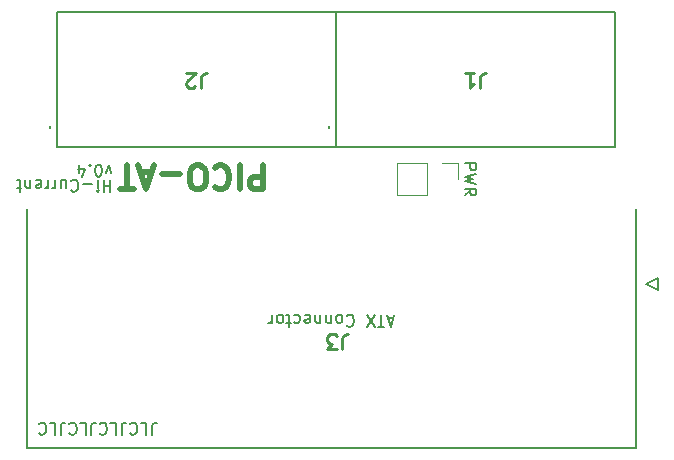
<source format=gbr>
%TF.GenerationSoftware,KiCad,Pcbnew,(5.1.6)-1*%
%TF.CreationDate,2022-02-22T09:41:32-05:00*%
%TF.ProjectId,PICO-AT,5049434f-2d41-4542-9e6b-696361645f70,rev?*%
%TF.SameCoordinates,Original*%
%TF.FileFunction,Legend,Top*%
%TF.FilePolarity,Positive*%
%FSLAX46Y46*%
G04 Gerber Fmt 4.6, Leading zero omitted, Abs format (unit mm)*
G04 Created by KiCad (PCBNEW (5.1.6)-1) date 2022-02-22 09:41:32*
%MOMM*%
%LPD*%
G01*
G04 APERTURE LIST*
%ADD10C,0.150000*%
%ADD11C,0.500000*%
%ADD12C,0.200000*%
%ADD13C,0.127000*%
%ADD14C,0.120000*%
%ADD15C,0.254000*%
G04 APERTURE END LIST*
D10*
X130118952Y-98861619D02*
X130118952Y-99861619D01*
X130118952Y-99385428D02*
X129547523Y-99385428D01*
X129547523Y-98861619D02*
X129547523Y-99861619D01*
X129071333Y-98861619D02*
X129071333Y-99528285D01*
X129071333Y-99861619D02*
X129118952Y-99814000D01*
X129071333Y-99766380D01*
X129023714Y-99814000D01*
X129071333Y-99861619D01*
X129071333Y-99766380D01*
X128595142Y-99242571D02*
X127833238Y-99242571D01*
X126785619Y-98956857D02*
X126833238Y-98909238D01*
X126976095Y-98861619D01*
X127071333Y-98861619D01*
X127214190Y-98909238D01*
X127309428Y-99004476D01*
X127357047Y-99099714D01*
X127404666Y-99290190D01*
X127404666Y-99433047D01*
X127357047Y-99623523D01*
X127309428Y-99718761D01*
X127214190Y-99814000D01*
X127071333Y-99861619D01*
X126976095Y-99861619D01*
X126833238Y-99814000D01*
X126785619Y-99766380D01*
X125928476Y-99528285D02*
X125928476Y-98861619D01*
X126357047Y-99528285D02*
X126357047Y-99004476D01*
X126309428Y-98909238D01*
X126214190Y-98861619D01*
X126071333Y-98861619D01*
X125976095Y-98909238D01*
X125928476Y-98956857D01*
X125452285Y-98861619D02*
X125452285Y-99528285D01*
X125452285Y-99337809D02*
X125404666Y-99433047D01*
X125357047Y-99480666D01*
X125261809Y-99528285D01*
X125166571Y-99528285D01*
X124833238Y-98861619D02*
X124833238Y-99528285D01*
X124833238Y-99337809D02*
X124785619Y-99433047D01*
X124738000Y-99480666D01*
X124642761Y-99528285D01*
X124547523Y-99528285D01*
X123833238Y-98909238D02*
X123928476Y-98861619D01*
X124118952Y-98861619D01*
X124214190Y-98909238D01*
X124261809Y-99004476D01*
X124261809Y-99385428D01*
X124214190Y-99480666D01*
X124118952Y-99528285D01*
X123928476Y-99528285D01*
X123833238Y-99480666D01*
X123785619Y-99385428D01*
X123785619Y-99290190D01*
X124261809Y-99194952D01*
X123357047Y-99528285D02*
X123357047Y-98861619D01*
X123357047Y-99433047D02*
X123309428Y-99480666D01*
X123214190Y-99528285D01*
X123071333Y-99528285D01*
X122976095Y-99480666D01*
X122928476Y-99385428D01*
X122928476Y-98861619D01*
X122595142Y-99528285D02*
X122214190Y-99528285D01*
X122452285Y-99861619D02*
X122452285Y-99004476D01*
X122404666Y-98909238D01*
X122309428Y-98861619D01*
X122214190Y-98861619D01*
X130206571Y-98258285D02*
X129968476Y-97591619D01*
X129730380Y-98258285D01*
X129158952Y-98591619D02*
X129063714Y-98591619D01*
X128968476Y-98544000D01*
X128920857Y-98496380D01*
X128873238Y-98401142D01*
X128825619Y-98210666D01*
X128825619Y-97972571D01*
X128873238Y-97782095D01*
X128920857Y-97686857D01*
X128968476Y-97639238D01*
X129063714Y-97591619D01*
X129158952Y-97591619D01*
X129254190Y-97639238D01*
X129301809Y-97686857D01*
X129349428Y-97782095D01*
X129397047Y-97972571D01*
X129397047Y-98210666D01*
X129349428Y-98401142D01*
X129301809Y-98496380D01*
X129254190Y-98544000D01*
X129158952Y-98591619D01*
X128397047Y-97686857D02*
X128349428Y-97639238D01*
X128397047Y-97591619D01*
X128444666Y-97639238D01*
X128397047Y-97686857D01*
X128397047Y-97591619D01*
X127492285Y-98258285D02*
X127492285Y-97591619D01*
X127730380Y-98639238D02*
X127968476Y-97924952D01*
X127349428Y-97924952D01*
D11*
X143064761Y-97647238D02*
X143064761Y-99647238D01*
X142302857Y-99647238D01*
X142112380Y-99552000D01*
X142017142Y-99456761D01*
X141921904Y-99266285D01*
X141921904Y-98980571D01*
X142017142Y-98790095D01*
X142112380Y-98694857D01*
X142302857Y-98599619D01*
X143064761Y-98599619D01*
X141064761Y-97647238D02*
X141064761Y-99647238D01*
X138969523Y-97837714D02*
X139064761Y-97742476D01*
X139350476Y-97647238D01*
X139540952Y-97647238D01*
X139826666Y-97742476D01*
X140017142Y-97932952D01*
X140112380Y-98123428D01*
X140207619Y-98504380D01*
X140207619Y-98790095D01*
X140112380Y-99171047D01*
X140017142Y-99361523D01*
X139826666Y-99552000D01*
X139540952Y-99647238D01*
X139350476Y-99647238D01*
X139064761Y-99552000D01*
X138969523Y-99456761D01*
X137731428Y-99647238D02*
X137350476Y-99647238D01*
X137160000Y-99552000D01*
X136969523Y-99361523D01*
X136874285Y-98980571D01*
X136874285Y-98313904D01*
X136969523Y-97932952D01*
X137160000Y-97742476D01*
X137350476Y-97647238D01*
X137731428Y-97647238D01*
X137921904Y-97742476D01*
X138112380Y-97932952D01*
X138207619Y-98313904D01*
X138207619Y-98980571D01*
X138112380Y-99361523D01*
X137921904Y-99552000D01*
X137731428Y-99647238D01*
X136017142Y-98409142D02*
X134493333Y-98409142D01*
X133636190Y-98218666D02*
X132683809Y-98218666D01*
X133826666Y-97647238D02*
X133160000Y-99647238D01*
X132493333Y-97647238D01*
X132112380Y-99647238D02*
X130969523Y-99647238D01*
X131540952Y-97647238D02*
X131540952Y-99647238D01*
D10*
X133651047Y-120435619D02*
X133651047Y-119721333D01*
X133698666Y-119578476D01*
X133793904Y-119483238D01*
X133936761Y-119435619D01*
X134032000Y-119435619D01*
X132698666Y-119435619D02*
X133174857Y-119435619D01*
X133174857Y-120435619D01*
X131793904Y-119530857D02*
X131841523Y-119483238D01*
X131984380Y-119435619D01*
X132079619Y-119435619D01*
X132222476Y-119483238D01*
X132317714Y-119578476D01*
X132365333Y-119673714D01*
X132412952Y-119864190D01*
X132412952Y-120007047D01*
X132365333Y-120197523D01*
X132317714Y-120292761D01*
X132222476Y-120388000D01*
X132079619Y-120435619D01*
X131984380Y-120435619D01*
X131841523Y-120388000D01*
X131793904Y-120340380D01*
X131079619Y-120435619D02*
X131079619Y-119721333D01*
X131127238Y-119578476D01*
X131222476Y-119483238D01*
X131365333Y-119435619D01*
X131460571Y-119435619D01*
X130127238Y-119435619D02*
X130603428Y-119435619D01*
X130603428Y-120435619D01*
X129222476Y-119530857D02*
X129270095Y-119483238D01*
X129412952Y-119435619D01*
X129508190Y-119435619D01*
X129651047Y-119483238D01*
X129746285Y-119578476D01*
X129793904Y-119673714D01*
X129841523Y-119864190D01*
X129841523Y-120007047D01*
X129793904Y-120197523D01*
X129746285Y-120292761D01*
X129651047Y-120388000D01*
X129508190Y-120435619D01*
X129412952Y-120435619D01*
X129270095Y-120388000D01*
X129222476Y-120340380D01*
X128508190Y-120435619D02*
X128508190Y-119721333D01*
X128555809Y-119578476D01*
X128651047Y-119483238D01*
X128793904Y-119435619D01*
X128889142Y-119435619D01*
X127555809Y-119435619D02*
X128032000Y-119435619D01*
X128032000Y-120435619D01*
X126651047Y-119530857D02*
X126698666Y-119483238D01*
X126841523Y-119435619D01*
X126936761Y-119435619D01*
X127079619Y-119483238D01*
X127174857Y-119578476D01*
X127222476Y-119673714D01*
X127270095Y-119864190D01*
X127270095Y-120007047D01*
X127222476Y-120197523D01*
X127174857Y-120292761D01*
X127079619Y-120388000D01*
X126936761Y-120435619D01*
X126841523Y-120435619D01*
X126698666Y-120388000D01*
X126651047Y-120340380D01*
X125936761Y-120435619D02*
X125936761Y-119721333D01*
X125984380Y-119578476D01*
X126079619Y-119483238D01*
X126222476Y-119435619D01*
X126317714Y-119435619D01*
X124984380Y-119435619D02*
X125460571Y-119435619D01*
X125460571Y-120435619D01*
X124079619Y-119530857D02*
X124127238Y-119483238D01*
X124270095Y-119435619D01*
X124365333Y-119435619D01*
X124508190Y-119483238D01*
X124603428Y-119578476D01*
X124651047Y-119673714D01*
X124698666Y-119864190D01*
X124698666Y-120007047D01*
X124651047Y-120197523D01*
X124603428Y-120292761D01*
X124508190Y-120388000D01*
X124365333Y-120435619D01*
X124270095Y-120435619D01*
X124127238Y-120388000D01*
X124079619Y-120340380D01*
X154082095Y-110577333D02*
X153605904Y-110577333D01*
X154177333Y-110291619D02*
X153844000Y-111291619D01*
X153510666Y-110291619D01*
X153320190Y-111291619D02*
X152748761Y-111291619D01*
X153034476Y-110291619D02*
X153034476Y-111291619D01*
X152510666Y-111291619D02*
X151844000Y-110291619D01*
X151844000Y-111291619D02*
X152510666Y-110291619D01*
X150129714Y-110386857D02*
X150177333Y-110339238D01*
X150320190Y-110291619D01*
X150415428Y-110291619D01*
X150558285Y-110339238D01*
X150653523Y-110434476D01*
X150701142Y-110529714D01*
X150748761Y-110720190D01*
X150748761Y-110863047D01*
X150701142Y-111053523D01*
X150653523Y-111148761D01*
X150558285Y-111244000D01*
X150415428Y-111291619D01*
X150320190Y-111291619D01*
X150177333Y-111244000D01*
X150129714Y-111196380D01*
X149558285Y-110291619D02*
X149653523Y-110339238D01*
X149701142Y-110386857D01*
X149748761Y-110482095D01*
X149748761Y-110767809D01*
X149701142Y-110863047D01*
X149653523Y-110910666D01*
X149558285Y-110958285D01*
X149415428Y-110958285D01*
X149320190Y-110910666D01*
X149272571Y-110863047D01*
X149224952Y-110767809D01*
X149224952Y-110482095D01*
X149272571Y-110386857D01*
X149320190Y-110339238D01*
X149415428Y-110291619D01*
X149558285Y-110291619D01*
X148796380Y-110958285D02*
X148796380Y-110291619D01*
X148796380Y-110863047D02*
X148748761Y-110910666D01*
X148653523Y-110958285D01*
X148510666Y-110958285D01*
X148415428Y-110910666D01*
X148367809Y-110815428D01*
X148367809Y-110291619D01*
X147891619Y-110958285D02*
X147891619Y-110291619D01*
X147891619Y-110863047D02*
X147844000Y-110910666D01*
X147748761Y-110958285D01*
X147605904Y-110958285D01*
X147510666Y-110910666D01*
X147463047Y-110815428D01*
X147463047Y-110291619D01*
X146605904Y-110339238D02*
X146701142Y-110291619D01*
X146891619Y-110291619D01*
X146986857Y-110339238D01*
X147034476Y-110434476D01*
X147034476Y-110815428D01*
X146986857Y-110910666D01*
X146891619Y-110958285D01*
X146701142Y-110958285D01*
X146605904Y-110910666D01*
X146558285Y-110815428D01*
X146558285Y-110720190D01*
X147034476Y-110624952D01*
X145701142Y-110339238D02*
X145796380Y-110291619D01*
X145986857Y-110291619D01*
X146082095Y-110339238D01*
X146129714Y-110386857D01*
X146177333Y-110482095D01*
X146177333Y-110767809D01*
X146129714Y-110863047D01*
X146082095Y-110910666D01*
X145986857Y-110958285D01*
X145796380Y-110958285D01*
X145701142Y-110910666D01*
X145415428Y-110958285D02*
X145034476Y-110958285D01*
X145272571Y-111291619D02*
X145272571Y-110434476D01*
X145224952Y-110339238D01*
X145129714Y-110291619D01*
X145034476Y-110291619D01*
X144558285Y-110291619D02*
X144653523Y-110339238D01*
X144701142Y-110386857D01*
X144748761Y-110482095D01*
X144748761Y-110767809D01*
X144701142Y-110863047D01*
X144653523Y-110910666D01*
X144558285Y-110958285D01*
X144415428Y-110958285D01*
X144320190Y-110910666D01*
X144272571Y-110863047D01*
X144224952Y-110767809D01*
X144224952Y-110482095D01*
X144272571Y-110386857D01*
X144320190Y-110339238D01*
X144415428Y-110291619D01*
X144558285Y-110291619D01*
X143796380Y-110291619D02*
X143796380Y-110958285D01*
X143796380Y-110767809D02*
X143748761Y-110863047D01*
X143701142Y-110910666D01*
X143605904Y-110958285D01*
X143510666Y-110958285D01*
D12*
%TO.C,J1*%
X172865000Y-96088000D02*
X149195000Y-96088000D01*
X149195000Y-96088000D02*
X149195000Y-84678000D01*
X149195000Y-84678000D02*
X172865000Y-84678000D01*
X172865000Y-84678000D02*
X172865000Y-96088000D01*
X148630000Y-94488000D02*
X148630000Y-94488000D01*
X148630000Y-94388000D02*
X148630000Y-94388000D01*
X148630000Y-94388000D02*
G75*
G02*
X148630000Y-94488000I0J-50000D01*
G01*
X148630000Y-94488000D02*
G75*
G02*
X148630000Y-94388000I0J50000D01*
G01*
%TO.C,J2*%
X125008000Y-94388000D02*
X125008000Y-94388000D01*
X125008000Y-94488000D02*
X125008000Y-94488000D01*
X149243000Y-84678000D02*
X149243000Y-96088000D01*
X125573000Y-84678000D02*
X149243000Y-84678000D01*
X125573000Y-96088000D02*
X125573000Y-84678000D01*
X149243000Y-96088000D02*
X125573000Y-96088000D01*
X125008000Y-94488000D02*
G75*
G02*
X125008000Y-94388000I0J50000D01*
G01*
X125008000Y-94388000D02*
G75*
G02*
X125008000Y-94488000I0J-50000D01*
G01*
D13*
%TO.C,J3*%
X174658000Y-101296000D02*
X174658000Y-121596000D01*
X174658000Y-121596000D02*
X123058000Y-121596000D01*
X123058000Y-121596000D02*
X123058000Y-101296000D01*
X176458000Y-107196000D02*
X176458000Y-108196000D01*
X176458000Y-108196000D02*
X175458000Y-107696000D01*
X175458000Y-107696000D02*
X176458000Y-107196000D01*
D14*
%TO.C,PWR*%
X154372000Y-97476000D02*
X154372000Y-100136000D01*
X156972000Y-97476000D02*
X154372000Y-97476000D01*
X156972000Y-100136000D02*
X154372000Y-100136000D01*
X156972000Y-97476000D02*
X156972000Y-100136000D01*
X158242000Y-97476000D02*
X159572000Y-97476000D01*
X159572000Y-97476000D02*
X159572000Y-98806000D01*
%TO.C,J1*%
D15*
X161453333Y-91078476D02*
X161453333Y-90171333D01*
X161513809Y-89989904D01*
X161634761Y-89868952D01*
X161816190Y-89808476D01*
X161937142Y-89808476D01*
X160183333Y-89808476D02*
X160909047Y-89808476D01*
X160546190Y-89808476D02*
X160546190Y-91078476D01*
X160667142Y-90897047D01*
X160788095Y-90776095D01*
X160909047Y-90715619D01*
%TO.C,J2*%
X137831333Y-91078476D02*
X137831333Y-90171333D01*
X137891809Y-89989904D01*
X138012761Y-89868952D01*
X138194190Y-89808476D01*
X138315142Y-89808476D01*
X137287047Y-90957523D02*
X137226571Y-91018000D01*
X137105619Y-91078476D01*
X136803238Y-91078476D01*
X136682285Y-91018000D01*
X136621809Y-90957523D01*
X136561333Y-90836571D01*
X136561333Y-90715619D01*
X136621809Y-90534190D01*
X137347523Y-89808476D01*
X136561333Y-89808476D01*
%TO.C,J3*%
X149775333Y-113217476D02*
X149775333Y-112310333D01*
X149835809Y-112128904D01*
X149956761Y-112007952D01*
X150138190Y-111947476D01*
X150259142Y-111947476D01*
X149291523Y-113217476D02*
X148505333Y-113217476D01*
X148928666Y-112733666D01*
X148747238Y-112733666D01*
X148626285Y-112673190D01*
X148565809Y-112612714D01*
X148505333Y-112491761D01*
X148505333Y-112189380D01*
X148565809Y-112068428D01*
X148626285Y-112007952D01*
X148747238Y-111947476D01*
X149110095Y-111947476D01*
X149231047Y-112007952D01*
X149291523Y-112068428D01*
%TO.C,PWR*%
D10*
X160119619Y-97472666D02*
X161119619Y-97472666D01*
X161119619Y-97853619D01*
X161072000Y-97948857D01*
X161024380Y-97996476D01*
X160929142Y-98044095D01*
X160786285Y-98044095D01*
X160691047Y-97996476D01*
X160643428Y-97948857D01*
X160595809Y-97853619D01*
X160595809Y-97472666D01*
X161119619Y-98377428D02*
X160119619Y-98615523D01*
X160833904Y-98806000D01*
X160119619Y-98996476D01*
X161119619Y-99234571D01*
X160119619Y-100186952D02*
X160595809Y-99853619D01*
X160119619Y-99615523D02*
X161119619Y-99615523D01*
X161119619Y-99996476D01*
X161072000Y-100091714D01*
X161024380Y-100139333D01*
X160929142Y-100186952D01*
X160786285Y-100186952D01*
X160691047Y-100139333D01*
X160643428Y-100091714D01*
X160595809Y-99996476D01*
X160595809Y-99615523D01*
%TD*%
M02*

</source>
